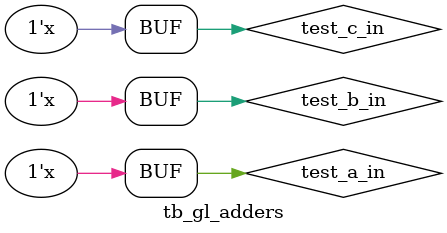
<source format=v>
`timescale 1ns / 1ps
module tb_gl_adders(

    );
    
    reg test_a_in, test_b_in, test_c_in;
    wire test_half_adder_sum, test_half_adder_cy, test_full_adder_sum, test_full_adder_cy;
    
    
    gl_half_adder inst1 (
        .a_in(test_a_in),
        .b_in(test_b_in),
        .sum_out(test_half_adder_sum),
        .cy_out(test_half_adder_cy)
        );
        
    gl_full_adder inst2 (
        .a_in(test_a_in),
        .b_in(test_b_in),
        .c_in(test_c_in),
        .sum_out(test_full_adder_sum),
        .cy_out(test_full_adder_cy)
        );
        
    initial
    begin
        test_a_in = 1'b0;
        test_b_in = 1'b0;
        test_c_in = 1'b0;
    
    end
    
    always #5 test_a_in = ~test_a_in;
    always #10 test_b_in = ~test_b_in;
    always #20 test_c_in = ~test_c_in;
    
    
endmodule

</source>
